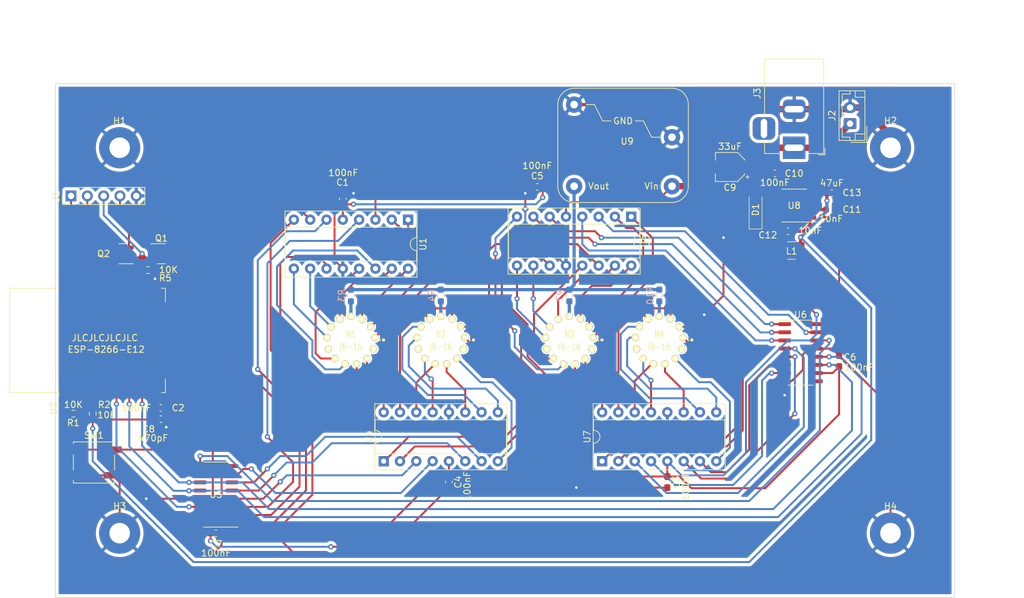
<source format=kicad_pcb>
(kicad_pcb (version 20211014) (generator pcbnew)
  (layers (0 "F.Cu" signal) (31 "B.Cu" signal) (34 "B.Paste" user) (35 "F.Paste" user) (36 "B.SilkS" user "B.Silkscreen") (37 "F.SilkS" user "F.Silkscreen") (38 "B.Mask" user) (39 "F.Mask" user) (44 "Edge.Cuts" user))
  (net 0 "")
  (net 1 "+5V")
  (net 2 "GND")
  (net 3 "+3.3V")
  (net 4 "/RX")
  (net 5 "/TX")
  (net 6 "/DTR")
  (net 7 "/RTS")
  (net 8 "170V")
  (net 11 "Net-(N1-PadA)")
  (net 12 "Net-(N1-Pad9)")
  (net 13 "Net-(N1-Pad8)")
  (net 14 "Net-(N1-Pad7)")
  (net 15 "Net-(N1-Pad6)")
  (net 16 "Net-(N1-Pad5)")
  (net 17 "Net-(N1-Pad4)")
  (net 18 "Net-(N1-Pad3)")
  (net 19 "Net-(N1-Pad2)")
  (net 20 "Net-(N1-Pad1)")
  (net 21 "Net-(N1-Pad0)")
  (net 24 "Net-(N2-PadA)")
  (net 25 "Net-(N2-Pad9)")
  (net 26 "Net-(N2-Pad8)")
  (net 27 "Net-(N2-Pad7)")
  (net 28 "Net-(N2-Pad6)")
  (net 29 "Net-(N2-Pad5)")
  (net 30 "Net-(N2-Pad4)")
  (net 31 "Net-(N2-Pad3)")
  (net 32 "Net-(N2-Pad2)")
  (net 33 "Net-(N2-Pad1)")
  (net 34 "Net-(N2-Pad0)")
  (net 37 "Net-(N3-PadA)")
  (net 38 "Net-(N3-Pad9)")
  (net 39 "Net-(N3-Pad8)")
  (net 40 "Net-(N3-Pad7)")
  (net 41 "Net-(N3-Pad6)")
  (net 42 "Net-(N3-Pad5)")
  (net 43 "Net-(N3-Pad4)")
  (net 44 "Net-(N3-Pad3)")
  (net 45 "Net-(N3-Pad2)")
  (net 46 "Net-(N3-Pad1)")
  (net 47 "Net-(N3-Pad0)")
  (net 50 "Net-(N4-PadA)")
  (net 51 "Net-(N4-Pad9)")
  (net 52 "Net-(N4-Pad8)")
  (net 53 "Net-(N4-Pad7)")
  (net 54 "Net-(N4-Pad6)")
  (net 55 "Net-(N4-Pad5)")
  (net 56 "Net-(N4-Pad4)")
  (net 57 "Net-(N4-Pad3)")
  (net 58 "Net-(N4-Pad2)")
  (net 59 "Net-(N4-Pad1)")
  (net 60 "Net-(N4-Pad0)")
  (net 61 "RST")
  (net 62 "GPIO0")
  (net 63 "Net-(R2-Pad2)")
  (net 64 "Net-(R5-Pad2)")
  (net 67 "SER")
  (net 68 "RCLK")
  (net 69 "SR_CLK")
  (net 79 "Net-(U3-Pad4)")
  (net 80 "Net-(U3-Pad5)")
  (net 81 "Net-(U3-Pad6)")
  (net 82 "Net-(U3-Pad7)")
  (net 83 "Net-(U3-Pad9)")
  (net 84 "Net-(U1-Pad3)")
  (net 85 "Net-(U1-Pad4)")
  (net 86 "Net-(U1-Pad6)")
  (net 87 "Net-(U1-Pad7)")
  (net 88 "Net-(U6-Pad4)")
  (net 89 "Net-(U6-Pad5)")
  (net 90 "Net-(U6-Pad6)")
  (net 91 "Net-(U6-Pad7)")
  (net 93 "Net-(U5-Pad3)")
  (net 94 "Net-(U5-Pad4)")
  (net 95 "Net-(U5-Pad6)")
  (net 96 "Net-(U5-Pad7)")
  (net 97 "Net-(C12-Pad1)")
  (net 99 "/SS")
  (net 100 "/V_{SW}")
  (footprint "Resistor_SMD:R_0603_1608Metric_Pad0.98x0.95mm_HandSolder" (layer "F.Cu") (at 85.8 111.4 90)
    (fp_text reference "R2")
    (fp_text value "10K")
  )
  (footprint "Resistor_SMD:R_0603_1608Metric_Pad0.98x0.95mm_HandSolder" (layer "F.Cu") (at 82.8 111.4 180)
    (fp_text reference "R1")
    (fp_text value "10K")
  )
  (footprint "Capacitor_SMD:C_0603_1608Metric_Pad1.08x0.95mm_HandSolder" (layer "F.Cu") (at 96.4 112.25)
    (fp_text reference "C8")
    (fp_text value "470pF")
  )
  (footprint "Package_TO_SOT_SMD:SOT-23" (layer "F.Cu") (at 96.5 86.5)
    (fp_text reference "Q1")
    (fp_text value "BC847")
  )
  (footprint "Capacitor_SMD:C_0603_1608Metric_Pad1.08x0.95mm_HandSolder" (layer "F.Cu") (at 155 76.1 180)
    (fp_text reference "C5")
    (fp_text value "100nF")
  )
  (footprint "Package_SO:SOIC-16_3.9x9.9mm_P1.27mm" (layer "F.Cu") (at 196 101.905)
    (fp_text reference "U6")
    (fp_text value "74HC595")
  )
  (footprint "Package_DIP:DIP-16_W7.62mm_Socket" (layer "F.Cu") (at 131.1 118.8 90)
    (fp_text reference "U4")
    (fp_text value "K155ID1")
  )
  (footprint "Capacitor_SMD:C_0603_1608Metric_Pad1.08x0.95mm_HandSolder" (layer "F.Cu") (at 175.25 122.05 -90)
    (fp_text reference "C3")
    (fp_text value "100nF")
  )
  (footprint "Connector_BarrelJack:BarrelJack_Horizontal" (layer "F.Cu") (at 195 70 -90)
    (fp_text reference "J3")
    (fp_text value "Barrel_Jack")
  )
  (footprint "MountingHole:MountingHole_3.2mm_M3_Pad" (layer "F.Cu") (at 90 130)
    (fp_text reference "H3")
    (fp_text value "MountingHole_Pad")
  )
  (footprint "Connector_PinHeader_2.54mm:PinHeader_1x05_P2.54mm_Vertical" (layer "F.Cu") (at 82.425 77.5 90)
    (fp_text reference "J1")
    (fp_text value "Conn_01x05_Male")
  )
  (footprint "Capacitor_SMD:C_0603_1608Metric_Pad1.08x0.95mm_HandSolder" (layer "F.Cu") (at 141.25 122.04 -90)
    (fp_text reference "C4")
    (fp_text value "100nF")
  )
  (footprint "Capacitor_SMD:C_0603_1608Metric" (layer "F.Cu") (at 200.86 77.09)
    (fp_text reference "C13")
    (fp_text value "47uF")
  )
  (footprint "Package_TO_SOT_SMD:SOT-23" (layer "F.Cu") (at 90.5 86.5 180)
    (fp_text reference "Q2")
    (fp_text value "BC847")
  )
  (footprint "Connector_JST:JST_EH_B2B-EH-A_1x02_P2.50mm_Vertical" (layer "F.Cu") (at 203.7 66.25 90)
    (fp_text reference "J2")
    (fp_text value "Conn_01x02")
  )
  (footprint "Capacitor_SMD:CP_Elec_4x4.5" (layer "F.Cu") (at 185 73 180)
    (fp_text reference "C9")
    (fp_text value "33uF")
  )
  (footprint "Capacitor_SMD:C_0603_1608Metric_Pad1.08x0.95mm_HandSolder" (layer "F.Cu") (at 105 130)
    (fp_text reference "C7")
    (fp_text value "100nF")
  )
  (footprint "in-16:russian-nixies-IN-16" (layer "F.Cu") (at 160 100 180)
    (fp_text reference "N3")
    (fp_text value "IN-16")
  )
  (footprint "Package_DIP:DIP-16_W7.62mm_Socket" (layer "F.Cu") (at 169.64 80.73 -90)
    (fp_text reference "U5")
    (fp_text value "K155ID1")
  )
  (footprint "Package_SO:SOIC-8_3.9x4.9mm_P1.27mm" (layer "F.Cu") (at 195 79 180)
    (fp_text reference "U8")
    (fp_text value "LM2671M-3.3")
  )
  (footprint "RF_Module:ESP-12E" (layer "F.Cu") (at 85 100 90)
    (fp_text reference "U2")
    (fp_text value "ESP-12E")
  )
  (footprint "MountingHole:MountingHole_3.2mm_M3_Pad" (layer "F.Cu") (at 90 70)
    (fp_text reference "H1")
    (fp_text value "MountingHole_Pad")
  )
  (footprint "in-16:russian-nixies-IN-16" (layer "F.Cu") (at 174 100 180)
    (fp_text reference "N4")
    (fp_text value "IN-16")
  )
  (footprint "Inductor_SMD:L_1210_3225Metric" (layer "F.Cu") (at 194.6 86)
    (fp_text reference "L1")
    (fp_text value "82uH")
  )
  (footprint "diode:D_SMA" (layer "F.Cu") (at 189 79.65 90)
    (fp_text reference "D1")
    (fp_text value "SS14FL 1A 40V")
  )
  (footprint "Capacitor_SMD:C_0603_1608Metric" (layer "F.Cu") (at 192 74)
    (fp_text reference "C10")
    (fp_text value "100nF")
  )
  (footprint "Capacitor_SMD:C_0603_1608Metric_Pad1.08x0.95mm_HandSolder" (layer "F.Cu") (at 202 103.2 90)
    (fp_text reference "C6")
    (fp_text value "100nF")
  )
  (footprint "Resistor_SMD:R_0603_1608Metric_Pad0.98x0.95mm_HandSolder" (layer "F.Cu") (at 94.41 89.05 180)
    (fp_text reference "R5")
    (fp_text value "10K")
  )
  (footprint "Capacitor_SMD:C_0603_1608Metric_Pad1.08x0.95mm_HandSolder" (layer "F.Cu") (at 124.73 77.95 90)
    (fp_text reference "C1")
    (fp_text value "100nF")
  )
  (footprint "Capacitor_SMD:C_0603_1608Metric" (layer "F.Cu") (at 200.745 79.63)
    (fp_text reference "C11")
    (fp_text value "10nF")
  )
  (footprint "Package_SO:SOIC-16_3.9x9.9mm_P1.27mm" (layer "F.Cu") (at 105 124 180)
    (fp_text reference "U3")
    (fp_text value "74HC595")
  )
  (footprint "in-16:russian-nixies-IN-16" (layer "F.Cu") (at 126 100 180)
    (fp_text reference "N1")
    (fp_text value "IN-16")
  )
  (footprint "Button_Switch_SMD:SW_Push_1P1T_NO_CK_KSC7xxJ" (layer "F.Cu") (at 86 119 180)
    (fp_text reference "SW1")
    (fp_text value "SW_Push")
  )
  (footprint "Package_DIP:DIP-16_W7.62mm_Socket" (layer "F.Cu") (at 165.1 118.8 90)
    (fp_text reference "U7")
    (fp_text value "K155ID1")
  )
  (footprint "in-16:russian-nixies-IN-16" (layer "F.Cu") (at 140 100 180)
    (fp_text reference "N2")
    (fp_text value "IN-16")
  )
  (footprint "Capacitor_SMD:C_0603_1608Metric" (layer "F.Cu") (at 194 83 180)
    (fp_text reference "C12")
    (fp_text value "10nF")
  )
  (footprint "Package_DIP:DIP-16_W7.62mm_Socket" (layer "F.Cu") (at 134.9 81.2 -90)
    (fp_text reference "U1")
    (fp_text value "K155ID1")
  )
  (footprint "Capacitor_SMD:C_0603_1608Metric_Pad1.08x0.95mm_HandSolder" (layer "F.Cu") (at 96.3875 110.5)
    (fp_text reference "C2")
    (fp_text value "100nF")
  )
  (footprint "psu:NCH8200HV" (layer "F.Cu") (at 169 69 180)
    (fp_text reference "U9")
    (fp_text value "NCH8200HV")
  )
  (footprint "MountingHole:MountingHole_3.2mm_M3_Pad" (layer "F.Cu") (at 210 130)
    (fp_text reference "H4")
    (fp_text value "MountingHole_Pad")
  )
  (footprint "MountingHole:MountingHole_3.2mm_M3_Pad" (layer "F.Cu") (at 210 70)
    (fp_text reference "H2")
    (fp_text value "MountingHole_Pad")
  )
  (footprint "Resistor_SMD:R_0603_1608Metric_Pad0.98x0.95mm_HandSolder" (layer "B.Cu") (at 140 93 -90)
    (fp_text reference "R4")
    (fp_text value "10k")
  )
  (footprint "Resistor_SMD:R_0603_1608Metric_Pad0.98x0.95mm_HandSolder" (layer "B.Cu") (at 126 93 -90)
    (fp_text reference "R3")
    (fp_text value "10k")
  )
  (footprint "Resistor_SMD:R_0603_1608Metric_Pad0.98x0.95mm_HandSolder" (layer "B.Cu") (at 174 93 -90)
    (fp_text reference "R10")
    (fp_text value "10k")
  )
  (footprint "Resistor_SMD:R_0603_1608Metric_Pad0.98x0.95mm_HandSolder" (layer "B.Cu") (at 160 93 -90)
    (fp_text reference "R7")
    (fp_text value "10k")
  )
  (gr_rect (start 80 60) (end 220 140) (layer "Edge.Cuts") (width 0.1) (fill none))
  (gr_text "10K" (at 82.8 110) (layer "F.SilkS") (effects (font (size 1 1))))
  (gr_text "10K" (at 88 111.6) (layer "F.SilkS") (effects (font (size 1 1))))
  (gr_text "JLCJLCJLCJLC" (at 87.7 99.6) (layer "F.SilkS") (effects (font (size 1 1))))
  (gr_text "ESP-8266-E12" (at 87.9 101.4) (layer "F.SilkS") (effects (font (size 1 1))))
  (segment (start 195 70) (end 189.8 70) (width 1) (layer "F.Cu") (net 1))
  (segment (start 141.25 121.1775) (end 175.24 121.1775) (width 0.3) (layer "F.Cu") (net 1))
  (segment (start 104.14 130.0025) (end 104.1375 130) (width 0.3) (layer "F.Cu") (net 1))
  (segment (start 102.525 128.445) (end 102.5825 128.445) (width 0.3) (layer "F.Cu") (net 1))
  (segment (start 187 88.5) (end 187 78.55) (width 0.3) (layer "F.Cu") (net 1))
  (segment (start 124.73 78.8125) (end 126.3875 78.8125) (width 0.3) (layer "F.Cu") (net 1))
  (segment (start 141.25 118.81) (end 141.26 118.8) (width 0.3) (layer "F.Cu") (net 1))
  (segment (start 104.14 131.21) (end 104.14 130.0025) (width 0.3) (layer "F.Cu") (net 1))
  (segment (start 173.49 78.48) (end 175.985 75.985) (width 0.3) (layer "F.Cu") (net 1))
  (segment (start 177.1875 121.1875) (end 175.25 121.1875) (width 0.3) (layer "F.Cu") (net 1))
  (segment (start 175.24 121.1775) (end 175.25 121.1875) (width 0.3) (layer "F.Cu") (net 1))
  (segment (start 202 104.0625) (end 200.9825 105.08) (width 0.3) (layer "F.Cu") (net 1))
  (segment (start 128.46 132.12) (end 139.4025 121.1775) (width 0.3) (layer "F.Cu") (net 1))
  (segment (start 157.1 76.1) (end 155.8625 76.1) (width 0.3) (layer "F.Cu") (net 1))
  (segment (start 191.225 74) (end 191.225 71.025) (width 1) (layer "F.Cu") (net 1))
  (segment (start 202 104.0625) (end 202 111.5) (width 0.3) (layer "F.Cu") (net 1))
  (segment (start 126.3875 78.8125) (end 126.4 78.8) (width 0.3) (layer "F.Cu") (net 1))
  (segment (start 192.525 79.635) (end 188.085 79.635) (width 1) (layer "F.Cu") (net 1))
  (segment (start 192.25 70) (end 195 70) (width 1) (layer "F.Cu") (net 1))
  (segment (start 155.8 76.1625) (end 155.8625 76.1) (width 0.3) (layer "F.Cu") (net 1))
  (segment (start 179 123) (end 177.1875 121.1875) (width 0.3) (layer "F.Cu") (net 1))
  (segment (start 200.9825 105.08) (end 198.475 105.08) (width 0.3) (layer "F.Cu") (net 1))
  (segment (start 198.475 95.975) (end 196.5 94) (width 0.3) (layer "F.Cu") (net 1))
  (segment (start 186.8 73) (end 183.815 75.985) (width 1) (layer "F.Cu") (net 1))
  (segment (start 141.25 121.1775) (end 141.25 118.81) (width 0.3) (layer "F.Cu") (net 1))
  (segment (start 122.89 132.12) (end 128.46 132.12) (width 0.3) (layer "F.Cu") (net 1))
  (segment (start 159.48 80.73) (end 159.48 78.48) (width 0.3) (layer "F.Cu") (net 1))
  (segment (start 189.8 70) (end 186.8 73) (width 1) (layer "F.Cu") (net 1))
  (segment (start 195 70) (end 199.95 70) (width 1) (layer "F.Cu") (net 1))
  (segment (start 175.25 121.1875) (end 175.25 118.81) (width 0.3) (layer "F.Cu") (net 1))
  (segment (start 155.85 77.8) (end 155.85 76.1625) (width 0.3) (layer "F.Cu") (net 1))
  (segment (start 124.74 81.2) (end 124.74 78.8225) (width 0.3) (layer "F.Cu") (net 1))
  (segment (start 183.815 75.985) (end 175.985 75.985) (width 1) (layer "F.Cu") (net 1))
  (segment (start 159.48 78.48) (end 173.49 78.48) (width 0.3) (layer "F.Cu") (net 1))
  (segment (start 198.475 97.46) (end 198.475 95.975) (width 0.3) (layer "F.Cu") (net 1))
  (segment (start 102.5825 128.445) (end 104.1375 130) (width 0.3) (layer "F.Cu") (net 1))
  (segment (start 191.225 71.025) (end 192.25 70) (width 1) (layer "F.Cu") (net 1))
  (segment (start 159.48 78.48) (end 157.1 76.1) (width 0.3) (layer "F.Cu") (net 1))
  (segment (start 190.5 123) (end 179 123) (width 0.3) (layer "F.Cu") (net 1))
  (segment (start 199.95 70) (end 203.7 66.25) (width 1) (layer "F.Cu") (net 1))
  (segment (start 139.4025 121.1775) (end 141.25 121.1775) (width 0.3) (layer "F.Cu") (net 1))
  (segment (start 187 73.2) (end 186.8 73) (width 1) (layer "F.Cu") (net 1))
  (segment (start 202 111.5) (end 190.5 123) (width 0.3) (layer "F.Cu") (net 1))
  (segment (start 188.085 79.635) (end 187 78.55) (width 1) (layer "F.Cu") (net 1))
  (segment (start 175.25 118.81) (end 175.26 118.8) (width 0.3) (layer "F.Cu") (net 1))
  (segment (start 192.5 94) (end 187 88.5) (width 0.3) (layer "F.Cu") (net 1))
  (segment (start 196.5 94) (end 192.5 94) (width 0.3) (layer "F.Cu") (net 1))
  (segment (start 187 78.55) (end 187 73.2) (width 1) (layer "F.Cu") (net 1))
  (segment (start 124.74 78.8225) (end 124.73 78.8125) (width 0.3) (layer "F.Cu") (net 1))
  (via (at 126.4 78.8) (size 0.8) (drill 0.4) (layers "F.Cu" "B.Cu") (net 1))
  (via (at 122.89 132.12) (size 0.8) (drill 0.4) (layers "F.Cu" "B.Cu") (net 1))
  (via (at 104.14 131.21) (size 0.8) (drill 0.4) (layers "F.Cu" "B.Cu") (net 1))
  (via (at 155.85 77.75) (size 0.8) (drill 0.4) (layers "F.Cu" "B.Cu") (net 1))
  (via (at 198.475 95.975) (size 0.8) (drill 0.4) (layers "F.Cu" "B.Cu") (net 1))
  (segment (start 104.14 131.21) (end 105.05 132.12) (width 0.3) (layer "B.Cu") (net 1))
  (segment (start 187.5 117.5) (end 184 121) (width 0.3) (layer "B.Cu") (net 1))
  (segment (start 154.8 78.8) (end 155.85 77.75) (width 0.3) (layer "B.Cu") (net 1))
  (segment (start 198.475 99.025) (end 197.5 100) (width 0.3) (layer "B.Cu") (net 1))
  (segment (start 108.58 132.12) (end 122.89 132.12) (width 0.3) (layer "B.Cu") (net 1))
  (segment (start 184 121) (end 177.46 121) (width 0.3) (layer "B.Cu") (net 1))
  (segment (start 194 100) (end 187.5 106.5) (width 0.3) (layer "B.Cu") (net 1))
  (segment (start 197.5 100) (end 194 100) (width 0.3) (layer "B.Cu") (net 1))
  (segment (start 126.4 78.8) (end 154.8 78.8) (width 0.3) (layer "B.Cu") (net 1))
  (segment (start 198.475 95.975) (end 198.475 99.025) (width 0.3) (layer "B.Cu") (net 1))
  (segment (start 105.05 132.12) (end 108.58 132.12) (width 0.3) (layer "B.Cu") (net 1))
  (segment (start 187.5 106.5) (end 187.5 117.5) (width 0.3) (layer "B.Cu") (net 1))
  (segment (start 177.46 121) (end 175.26 118.8) (width 0.3) (layer "B.Cu") (net 1))
  (segment (start 175.985 68.365) (end 180.62 73) (width 0.5) (layer "F.Cu") (net 2))
  (segment (start 198.475 101.27) (end 200.9325 101.27) (width 0.3) (layer "F.Cu") (net 2))
  (segment (start 94.135 124.635) (end 91.5 122) (width 0.3) (layer "F.Cu") (net 2))
  (segment (start 184 93) (end 181 96) (width 0.3) (layer "F.Cu") (net 2))
  (segment (start 195 64) (end 188 64) (width 1) (layer "F.Cu") (net 2))
  (segment (start 130.6525 133.5) (end 141.25 122.9025) (width 0.3) (layer "F.Cu") (net 2))
  (segment (start 97.5 110.5) (end 97.25 110.5) (width 0.3) (layer "F.Cu") (net 2))
  (segment (start 202 82.5) (end 201.52 82.02) (width 0.3) (layer "F.Cu") (net 2))
  (segment (start 189.715 78.365) (end 192.525 78.365) (width 0.5) (layer "F.Cu") (net 2))
  (segment (start 201.635 77.09) (end 201.635 76.635) (width 0.5) (layer "F.Cu") (net 2))
  (segment (start 105.8625 131.8375) (end 105.8625 130) (width 0.3) (layer "F.Cu") (net 2))
  (segment (start 120 124) (end 120 115) (width 0.3) (layer "F.Cu") (net 2))
  (segment (start 160.745 63.285) (end 154.1375 69.8925) (width 0.5) (layer "F.Cu") (net 2))
  (segment (start 121.5 113.5) (end 140.5 113.5) (width 0.3) (layer "F.Cu") (net 2))
  (segment (start 95.3225 90.2225) (end 95.5 90.4) (width 0.3) (layer "F.Cu") (net 2))
  (segment (start 107.475 119.555) (end 106.645 119.555) (width 0.3) (layer "F.Cu") (net 2))
  (segment (start 140.5 113.5) (end 141.26 112.74) (width 0.3) (layer "F.Cu") (net 2))
  (segment (start 201.52 77.205) (end 201.635 77.09) (width 0.5) (layer "F.Cu") (net 2))
  (segment (start 193.525 106.35) (end 193.525 108.525) (width 0.3) (layer "F.Cu") (net 2))
  (segment (start 90 122.1) (end 90 130) (width 0.3) (layer "F.Cu") (net 2))
  (segment (start 210 110.3375) (end 202 102.3375) (width 0.3) (layer "F.Cu") (net 2))
  (segment (start 100 108) (end 97.5 110.5) (width 0.3) (layer "F.Cu") (net 2))
  (segment (start 195 64) (end 203.45 64) (width 1) (layer "F.Cu") (net 2))
  (segment (start 210 130) (end 210 110.3375) (width 0.3) (layer "F.Cu") (net 2))
  (segment (start 194.59 106.35) (end 193.525 106.35) (width 0.3) (layer "F.Cu") (net 2))
  (segment (start 196.36 104.58) (end 194.59 106.35) (width 0.3) (layer "F.Cu") (net 2))
  (segment (start 200.725 75.725) (end 194.5 75.725) (width 0.5) (layer "F.Cu") (net 2))
  (segment (start 114 130) (end 120 124) (width 0.3) (layer "F.Cu") (net 2))
  (segment (start 201.52 79.63) (end 201.52 77.205) (width 0.5) (layer "F.Cu") (net 2))
  (segment (start 91.5 122) (end 90.5 121) (width 0.3) (layer "F.Cu") (net 2))
  (segment (start 201.635 76.635) (end 200.725 75.725) (width 0.5) (layer "F.Cu") (net 2))
  (segment (start 175.24 122.9025) (end 175.25 122.9125) (width 0.3) (layer "F.Cu") (net 2))
  (segment (start 97.2625 110.5125) (end 97.25 110.5) (width 0.3) (layer "F.Cu") (net 2))
  (segment (start 83.1 121) (end 88.9 121) (width 0.3) (layer "F.Cu") (net 2))
  (segment (start 210 68.05) (end 210 70) (width 1) (layer "F.Cu") (net 2))
  (segment (start 88.9 121) (end 90 122.1) (width 0.3) (layer "F.Cu") (net 2))
  (segment (start 153.15 79.55) (end 153.15 77.0875) (width 0.3) (layer "F.Cu") (net 2))
  (segment (start 90.5 121) (end 88.9 121) (width 0.3) (layer "F.Cu") (net 2))
  (segment (start 124.7325 77.09) (end 124.73 77.0875) (width 0.3) (layer "F.Cu") (net 2))
  (segment (start 189 77.65) (end 189.715 78.365) (width 0.5) (layer "F.Cu") (net 2))
  (segment (start 184 84) (end 184 93) (width 0.3) (layer "F.Cu") (net 2))
  (segment (start 194.135 78.365) (end 194.5 78) (width 0.5) (layer "F.Cu") (net 2))
  (segment (start 180.62 73) (end 183.2 73) (width 0.5) (layer "F.Cu") (net 2))
  (segment (start 161.0975 122.9025) (end 175.24 122.9025) (width 0.3) (layer "F.Cu") (net 2))
  (segment (start 97.2625 113.4875) (end 97.25 113.5) (width 0.3) (layer "F.Cu") (net 2))
  (segment (start 126.4 77.09) (end 124.7325 77.09) (width 0.3) (layer "F.Cu") (net 2))
  (segment (start 105.8625 120.3375) (end 105.8625 130) (width 0.3) (layer "F.Cu") (net 2))
  (segment (start 154.1375 69.8925) (end 154.1375 76.1) (width 0.5) (layer "F.Cu") (net 2))
  (segment (start 98.4 90.4) (end 100 92) (width 0.3) (layer "F.Cu") (net 2))
  (segment (start 197.29 101.27) (end 196.36 102.2) (width 0.3) (layer "F.Cu") (net 2))
  (segment (start 102.525 124.635) (end 94.135 124.635) (width 0.3) (layer "F.Cu") (net 2))
  (segment (start 153.15 77.0875) (end 154.1375 76.1) (width 0.3) (layer "F.Cu") (net 2))
  (segment (start 114 130) (end 117.5 133.5) (width 0.3) (layer "F.Cu") (net 2))
  (segment (start 120 115) (end 121.5 113.5) (width 0.3) (layer "F.Cu") (net 2))
  (segment (start 104.9 132.8) (end 105.8625 131.8375) (width 0.3) (layer "F.Cu") (net 2))
  (segment (start 205.7 63.75) (end 210 68.05) (width 1) (layer "F.Cu") (net 2))
  (segment (start 201.52 82.02) (end 201.52 79.63) (width 0.3) (layer "F.Cu") (net 2))
  (segment (start 192.525 78.365) (end 194.135 78.365) (width 0.5) (layer "F.Cu") (net 2))
  (segment (start 183.2 68.8) (end 183.2 73) (width 1) (layer "F.Cu") (net 2))
  (segment (start 124.73 77.0875) (end 123.45 78.3675) (width 0.3) (layer "F.Cu") (net 2))
  (segment (start 106.645 119.555) (end 105.8625 120.3375) (width 0.3) (layer "F.Cu") (net 2))
  (segment (start 202 102.3375) (end 202 82.5) (width 0.3) (layer "F.Cu") (net 2))
  (segment (start 102.3 132.8) (end 104.9 132.8) (width 0.3) (layer "F.Cu") (net 2))
  (segment (start 105.8625 130) (end 114 130) (width 0.3) (layer "F.Cu") (net 2))
  (segment (start 203.7 63.75) (end 205.7 63.75) (width 1) (layer "F.Cu") (net 2))
  (segment (start 123.45 87.53) (end 124.74 88.82) (width 0.3) (layer "F.Cu") (net 2))
  (segment (start 141.25 122.9025) (end 161.0975 122.9025) (width 0.3) (layer "F.Cu") (net 2))
  (segment (start 117.5 133.5) (end 130.6525 133.5) (width 0.3) (layer "F.Cu") (net 2))
  (segment (start 200.9325 101.27) (end 202 102.3375) (width 0.3) (layer "F.Cu") (net 2))
  (segment (start 123.45 78.3675) (end 123.45 87.53) (width 0.3) (layer "F.Cu") (net 2))
  (segment (start 194.5 75.725) (end 192.775 74) (width 0.5) (layer "F.Cu") (net 2))
  (segment (start 198.475 101.27) (end 197.29 101.27) (width 0.3) (layer "F.Cu") (net 2))
  (segment (start 196.36 102.2) (end 196.36 104.58) (width 0.3) (layer "F.Cu") (net 2))
  (segment (start 95.5 92.4) (end 95.5 90.4) (width 0.3) (layer "F.Cu") (net 2))
  (segment (start 95.5 90.4) (end 98.4 90.4) (width 0.3) (layer "F.Cu") (net 2))
  (segment (start 141.26 112.74) (end 141.26 111.18) (width 0.3) (layer "F.Cu") (net 2))
  (segment (start 91.5 122) (end 102.3 132.8) (width 0.3) (layer "F.Cu") (net 2))
  (segment (start 188 64) (end 183.2 68.8) (width 1) (layer "F.Cu") (net 2))
  (segment (start 170.905 63.285) (end 175.985 68.365) (width 0.5) (layer "F.Cu") (net 2))
  (segment (start 97.2625 112.25) (end 97.2625 110.5125) (width 0.3) (layer "F.Cu") (net 2))
  (segment (start 97.2625 112.25) (end 97.2625 113.4875) (width 0.3) (layer "F.Cu") (net 2))
  (segment (start 95.3225 89.05) (end 95.3225 90.2225) (width 0.3) (layer "F.Cu") (net 2))
  (segment (start 203.45 64) (end 203.7 63.75) (width 1) (layer "F.Cu") (net 2))
  (segment (start 160.745 63.285) (end 170.905 63.285) (width 0.5) (layer "F.Cu") (net 2))
  (segment (start 194.5 78) (end 194.5 75.725) (width 0.5) (layer "F.Cu") (net 2))
  (segment (start 100 92) (end 100 108) (width 0.3) (layer "F.Cu") (net 2))
  (via (at 184 84) (size 0.8) (drill 0.4) (layers "F.Cu" "B.Cu") (net 2))
  (via (at 161.0975 122.9025) (size 0.8) (drill 0.4) (layers "F.Cu" "B.Cu") (net 2))
  (via (at 126.4 77.09) (size 0.8) (drill 0.4) (layers "F.Cu" "B.Cu") (net 2))
  (via (at 95.5 90.4) (size 0.8) (drill 0.4) (layers "F.Cu" "B.Cu") (net 2))
  (via (at 94.135 124.635) (size 0.8) (drill 0.4) (layers "F.Cu" "B.Cu") (net 2))
  (via (at 97.25 113.5) (size 0.8) (drill 0.4) (layers "F.Cu" "B.Cu") (net 2))
  (via (at 153.15 77.0875) (size 0.8) (drill 0.4) (layers "F.Cu" "B.Cu") (net 2))
  (via (at 181 96) (size 0.8) (drill 0.4) (layers "F.Cu" "B.Cu") (net 2))
  (via (at 153.15 79.55) (size 0.8) (drill 0.4) (layers "F.Cu" "B.Cu") (net 2))
  (via (at 193.525 108.525) (size 0.8) (drill 0.4) (layers "F.Cu" "B.Cu") (net 2))
  (segment (start 92.585 81.185) (end 92.585 77.5) (width 0.3) (layer "B.Cu") (net 2))
  (segment (start 95.5 90.4) (end 95.5 106) (width 0.3) (layer "B.Cu") (net 2))
  (segment (start 88 118.5) (end 94.135 124.635) (width 0.3) (layer "B.Cu") (net 2))
  (segment (start 95.5 106) (end 90.75 106) (width 0.3) (layer "B.Cu") (net 2))
  (segment (start 126.4025 77.0875) (end 126.4 77.09) (width 0.3) (layer "B.Cu") (net 2))
  (segment (start 92.585 72.585) (end 90 70) (width 0.3) (layer "B.Cu") (net 2))
  (segment (start 108.81 77.09) (end 95.5 90.4) (width 0.3) (layer "B.Cu") (net 2))
  (segment (start 95.5 106) (end 95.5 111.75) (width 0.3) (layer "B.Cu") (net 2))
  (segment (start 95.5 90.4) (end 95.5 84.1) (width 0.3) (layer "B.Cu") (net 2))
  (segment (start 153.15 82.02) (end 159.48 88.35) (width 0.3) (layer "B.Cu") (net 2))
  (segment (start 174 114) (end 166 114) (width 0.3) (layer "B.Cu") (net 2))
  (segment (start 92.585 77.5) (end 92.585 72.585) (width 0.3) (layer "B.Cu") (net 2))
  (segment (start 95.5 111.75) (end 97.25 113.5) (width 0.3) (layer "B.Cu") (net 2))
  (segment (start 153.15 77.0875) (end 126.4025 77.0875) (width 0.3) (layer "B.Cu") (net 2))
  (segment (start 175.26 112.74) (end 174 114) (width 0.3) (layer "B.Cu") (net 2))
  (segment (start 90.75 106) (end 88 108.75) (width 0.3) (layer "B.Cu") (net 2))
  (segment (start 161.0975 118.9025) (end 161.0975 122.9025) (width 0.3) (layer "B.Cu") (net 2))
  (segment (start 126.4 77.09) (end 108.81 77.09) (width 0.3) (layer "B.Cu") (net 2))
  (segment (start 175.26 111.18) (end 175.26 112.74) (width 0.3) (layer "B.Cu") (net 2))
  (segment (start 88 108.75) (end 88 118.5) (width 0.3) (layer "B.Cu") (net 2))
  (segment (start 166 114) (end 161.0975 118.9025) (width 0.3) (layer "B.Cu") (net 2))
  (segment (start 95.5 84.1) (end 92.585 81.185) (width 0.3) (layer "B.Cu") (net 2))
  (segment (start 153.15 79.55) (end 153.15 82.02) (width 0.3) (layer "B.Cu") (net 2))
  (segment (start 196 83.95) (end 196 86) (width 0.5) (layer "F.Cu") (net 3))
  (segment (start 95.475 112.3125) (end 95.5375 112.25) (width 0.3) (layer "F.Cu") (net 3))
  (segment (start 95.5 107.6) (end 95.5 110.475) (width 0.3) (layer "F.Cu") (net 3))
  (segment (start 95.525 110.5) (end 95.525 112.2375) (width 0.3) (layer "F.Cu") (net 3))
  (segment (start 200.1 78.25) (end 200.1 77.105) (width 0.5) (layer "F.Cu") (net 3))
  (segment (start 83.7125 111.4) (end 84.6125 112.3) (width 0.3) (layer "F.Cu") (net 3))
  (segment (start 85.7875 112.3) (end 85.8 112.3125) (width 0.3) (layer "F.Cu") (net 3))
  (segment (start 95.525 112.2375) (end 95.5375 112.25) (width 0.3) (layer "F.Cu") (net 3))
  (segment (start 197.48 77.09) (end 197.475 77.095) (width 0.5) (layer "F.Cu") (net 3))
  (segment (start 95.5 110.475) (end 95.525 110.5) (width 0.3) (layer "F.Cu") (net 3))
  (segment (start 200.1 77.105) (end 200.085 77.09) (width 0.5) (layer "F.Cu") (net 3))
  (segment (start 85.8 113.71) (end 85.8 112.3125) (width 0.3) (layer "F.Cu") (net 3))
  (segment (start 84.6125 112.3) (end 85.7875 112.3) (width 0.3) (layer "F.Cu") (net 3))
  (segment (start 200.085 77.09) (end 197.48 77.09) (width 0.5) (layer "F.Cu") (net 3))
  (segment (start 85.8 112.3125) (end 95.475 112.3125) (width 0.3) (layer "F.Cu") (net 3))
  (via (at 85.8 113.71) (size 0.8) (drill 0.4) (layers "F.Cu" "B.Cu") (net 3))
  (via (at 196 83.95) (size 0.8) (drill 0.4) (layers "F.Cu" "B.Cu") (net 3))
  (via (at 200.1 78.25) (size 0.8) (drill 0.4) (layers "F.Cu" "B.Cu") (net 3))
  (segment (start 207 115.5) (end 207 94.95) (width 0.3) (layer "B.Cu") (net 3))
  (segment (start 188 134.5) (end 207 115.5) (width 0.3) (layer "B.Cu") (net 3))
  (segment (start 101.5 134.5) (end 188 134.5) (width 0.3) (layer "B.Cu") (net 3))
  (segment (start 200.1 79.85) (end 196 83.95) (width 0.5) (layer "B.Cu") (net 3))
  (segment (start 200.1 78.25) (end 200.1 79.85) (width 0.5) (layer "B.Cu") (net 3))
  (segment (start 85.8 113.71) (end 85.8 118.8) (width 0.3) (layer "B.Cu") (net 3))
  (segment (start 207 94.95) (end 196 83.95) (width 0.3) (layer "B.Cu") (net 3))
  (segment (start 85.8 118.8) (end 101.5 134.5) (width 0.3) (layer "B.Cu") (net 3))
  (segment (start 84.965 84.035) (end 84.965 77.5) (width 0.3) (layer "F.Cu") (net 4))
  (segment (start 83.5 92.4) (end 83.5 85.5) (width 0.3) (layer "F.Cu") (net 4))
  (segment (start 83.5 85.5) (end 84.965 84.035) (width 0.3) (layer "F.Cu") (net 4))
  (segment (start 82.425 83.575) (end 82.425 77.5) (width 0.3) (layer "F.Cu") (net 5))
  (segment (start 81.5 92.4) (end 81.5 84.5) (width 0.3) (layer "F.Cu") (net 5))
  (segment (start 81.5 84.5) (end 82.425 83.575) (width 0.3) (layer "F.Cu") (net 5))
  (segment (start 95.5625 85.55) (end 95.55 85.55) (width 0.3) (layer "F.Cu") (net 6))
  (segment (start 91.4375 85.55) (end 91.4375 81.4375) (width 0.3) (layer "F.Cu") (net 6))
  (segment (start 91.4375 81.4375) (end 90.045 80.045) (width 0.3) (layer "F.Cu") (net 6))
  (segment (start 90.045 80.045) (end 90.045 77.5) (width 0.3) (layer "F.Cu") (net 6))
  (segment (start 95.55 85.55) (end 91.5 81.5) (width 0.3) (layer "F.Cu") (net 6))
  (segment (start 91.4375 87.45) (end 92.55 87.45) (width 0.3) (layer "F.Cu") (net 7))
  (segment (start 95.5625 87.45) (end 94.45 87.45) (width 0.3) (layer "F.Cu") (net 7))
  (segment (start 94.45 87.45) (end 91.4375 87.45) (width 0.3) (layer "F.Cu") (net 7))
  (segment (start 93.5 86.5) (end 94.45 87.45) (width 0.3) (layer "F.Cu") (net 7))
  (segment (start 92.55 87.45) (end 93.5 86.5) (width 0.3) (layer "F.Cu") (net 7))
  (via (at 93.5 86.5) (size 0.8) (drill 0.4) (layers "F.Cu" "B.Cu") (net 7))
  (segment (start 87.505 80.505) (end 87.505 77.5) (width 0.3) (layer "B.Cu") (net 7))
  (segment (start 93.5 86.5) (end 87.505 80.505) (width 0.3) (layer "B.Cu") (net 7))
  (segment (start 160.745 91.3425) (end 160 92.0875) (width 0.5) (layer "B.Cu") (net 8))
  (segment (start 160.745 75.985) (end 160.745 91.3425) (width 0.5) (layer "B.Cu") (net 8))
  (segment (start 126 92.0875) (end 140.9125 92.0875) (width 0.5) (layer "B.Cu") (net 8))
  (segment (start 160 92.0875) (end 140.9125 92.0875) (width 0.5) (layer "B.Cu") (net 8))
  (segment (start 174 92.0875) (end 160 92.0875) (width 0.5) (layer "B.Cu") (net 8))
  (segment (start 140.9125 92.0875) (end 140 92.0875) (width 0.5) (layer "B.Cu") (net 8))
  (segment (start 126 93.9125) (end 126 96.24588) (width 0.5) (layer "B.Cu") (net 11))
  (segment (start 137 89.95758) (end 137 85.84) (width 0.3) (layer "F.Cu") (net 12))
  (segment (start 137 85.84) (end 132.36 81.2) (width 0.3) (layer "F.Cu") (net 12))
  (segment (start 129.08864 97.86894) (end 137 89.95758) (width 0.3) (layer "F.Cu") (net 12))
  (segment (start 129.72618 99.54788) (end 138 91.27406) (width 0.3) (layer "F.Cu") (net 13))
  (segment (start 134.9 82.4) (end 134.9 81.2) (width 0.3) (layer "F.Cu") (net 13))
  (segment (start 138 91.27406) (end 138 85.5) (width 0.3) (layer "F.Cu") (net 13))
  (segment (start 138 85.5) (end 134.9 82.4) (width 0.3) (layer "F.Cu") (net 13))
  (segment (start 120.54242 95.5) (end 120.5 95.5) (width 0.3) (layer "B.Cu") (net 14))
  (segment (start 122.91136 97.86894) (end 120.54242 95.5) (width 0.3) (layer "B.Cu") (net 14))
  (segment (start 120.5 95.5) (end 119.66 94.66) (width 0.3) (layer "B.Cu") (net 14))
  (segment (start 119.66 94.66) (end 119.66 88.82) (width 0.3) (layer "B.Cu") (net 14))
  (segment (start 115 101) (end 115 88) (width 0.3) (layer "F.Cu") (net 15))
  (segment (start 126.89662 105.60338) (end 125.5 107) (width 0.3) (layer "F.Cu") (net 15))
  (segment (start 122.2 88.2) (end 122.2 88.82) (width 0.3) (layer "F.Cu") (net 15))
  (segment (start 121 87) (end 122.2 88.2) (width 0.3) (layer "F.Cu") (net 15))
  (segment (start 125.5 107) (end 121 107) (width 0.3) (layer "F.Cu") (net 15))
  (segment (start 126.89662 103.6449) (end 126.89662 105.60338) (width 0.3) (layer "F.Cu") (net 15))
  (segment (start 116 87) (end 121 87) (width 0.3) (layer "F.Cu") (net 15))
  (segment (start 115 88) (end 116 87) (width 0.3) (layer "F.Cu") (net 15))
  (segment (start 121 107) (end 115 101) (width 0.3) (layer "F.Cu") (net 15))
  (segment (start 120 102.5) (end 122 104.5) (width 0.3) (layer "B.Cu") (net 16))
  (segment (start 114.5 88.5) (end 114.5 94.5) (width 0.3) (layer "B.Cu") (net 16))
  (segment (start 127 86) (end 117 86) (width 0.3) (layer "B.Cu") (net 16))
  (segment (start 129.82 88.82) (end 127 86) (width 0.3) (layer "B.Cu") (net 16))
  (segment (start 124.24828 104.5) (end 125.10338 103.6449) (width 0.3) (layer "B.Cu") (net 16))
  (segment (start 120 100) (end 120 102.5) (width 0.3) (layer "B.Cu") (net 16))
  (segment (start 114.5 94.5) (end 120 100) (width 0.3) (layer "B.Cu") (net 16))
  (segment (start 122 104.5) (end 124.24828 104.5) (width 0.3) (layer "B.Cu") (net 16))
  (segment (start 117 86) (end 114.5 88.5) (width 0.3) (layer "B.Cu") (net 16))
  (segment (start 120.5 95.6) (end 127.28 88.82) (width 0.3) (layer "F.Cu") (net 17))
  (segment (start 123.5108 102.80924) (end 121.30924 102.80924) (width 0.3) (layer "F.Cu") (net 17))
  (segment (start 120.5 102) (end 120.5 95.6) (width 0.3) (layer "F.Cu") (net 17))
  (segment (start 121.30924 102.80924) (end 120.5 102) (width 0.3) (layer "F.Cu") (net 17))
  (segment (start 122.27382 99.54788) (end 117.12 94.39406) (width 0.3) (layer "B.Cu") (net 18))
  (segment (start 117.12 94.39406) (end 117.12 88.82) (width 0.3) (layer "B.Cu") (net 18))
  (segment (start 113.5 84.82) (end 117.12 81.2) (width 0.3) (layer "F.Cu") (net 19))
  (segment (start 128.4892 102.80924) (end 128.5 102.82004) (width 0.3) (layer "F.Cu") (net 19))
  (segment (start 126.5 108.5) (end 120.5 108.5) (width 0.3) (layer "F.Cu") (net 19))
  (segment (start 120.5 108.5) (end 113.5 101.5) (width 0.3) (layer "F.Cu") (net 19))
  (segment (start 113.5 101.5) (end 113.5 84.82) (width 0.3) (layer "F.Cu") (net 19))
  (segment (start 128.5 106.5) (end 126.5 108.5) (width 0.3) (layer "F.Cu") (net 19))
  (segment (start 128.5 102.82004) (end 128.5 106.5) (width 0.3) (layer "F.Cu") (net 19))
  (segment (start 132.36 88.82) (end 130.18 91) (width 0.3) (layer "F.Cu") (net 20))
  (segment (start 124.25756 93.24244) (end 124.25756 96.67768) (width 0.3) (layer "F.Cu") (net 20))
  (segment (start 126.5 91) (end 124.25756 93.24244) (width 0.3) (layer "F.Cu") (net 20))
  (segment (start 130.18 91) (end 126.5 91) (width 0.3) (layer "F.Cu") (net 20))
  (segment (start 127.74244 94.25756) (end 129 93) (width 0.3) (layer "F.Cu") (net 21))
  (segment (start 127.74244 96.67768) (end 127.74244 94.25756) (width 0.3) (layer "F.Cu") (net 21))
  (segment (start 130.72 93) (end 134.9 88.82) (width 0.3) (layer "F.Cu") (net 21))
  (segment (start 129 93) (end 130.72 93) (width 0.3) (layer "F.Cu") (net 21))
  (segment (start 140 93.9125) (end 140 96.24588) (width 0.5) (layer "B.Cu") (net 24))
  (segment (start 135.94 116.5) (end 133.64 118.8) (width 0.3) (layer "F.Cu") (net 25))
  (segment (start 143.08864 97.86894) (end 144.86894 97.86894) (width 0.3) (layer "F.Cu") (net 25))
  (segment (start 150 116.5) (end 135.94 116.5) (width 0.3) (layer "F.Cu") (net 25))
  (segment (start 153 106) (end 153 113.5) (width 0.3) (layer "F.Cu") (net 25))
  (segment (start 153 113.5) (end 150 116.5) (width 0.3) (layer "F.Cu") (net 25))
  (segment (start 144.86894 97.86894) (end 153 106) (width 0.3) (layer "F.Cu") (net 25))
  (segment (start 150 115) (end 135 115) (width 0.3) (layer "F.Cu") (net 26))
  (segment (start 143.72618 99.54788) (end 152 107.8217) (width 0.3) (layer "F.Cu") (net 26))
  (segment (start 152 107.8217) (end 152 113) (width 0.3) (layer "F.Cu") (net 26))
  (segment (start 135 115) (end 131.2 118.8) (width 0.3) (layer "F.Cu") (net 26))
  (segment (start 131.2 118.8) (end 131.1 118.8) (width 0.3) (layer "F.Cu") (net 26))
  (segment (start 152 113) (end 150 115) (width 0.3) (layer "F.Cu") (net 26))
  (segment (start 134 104.5) (end 134 99.5) (width 0.3) (layer "B.Cu") (net 27))
  (segment (start 135.63106 97.86894) (end 136.91136 97.86894) (width 0.3) (layer "B.Cu") (net 27))
  (segment (start 138 108.5) (end 134 104.5) (width 0.3) (layer "B.Cu") (net 27))
  (segment (start 146.34 111.18) (end 143.66 108.5) (width 0.3) (layer "B.Cu") (net 27))
  (segment (start 134 99.5) (end 135.63106 97.86894) (width 0.3) (layer "B.Cu") (net 27))
  (segment (start 143.66 108.5) (end 138 108.5) (width 0.3) (layer "B.Cu") (net 27))
  (segment (start 143.8 107.8) (end 143.8 111.18) (width 0.3) (layer "F.Cu") (net 28))
  (segment (start 140.89662 103.6449) (end 140.89662 104.89662) (width 0.3) (layer "F.Cu") (net 28))
  (segment (start 140.89662 104.89662) (end 143.8 107.8) (width 0.3) (layer "F.Cu") (net 28))
  (segment (start 138.8551 103.6449) (end 139.10338 103.6449) (width 0.3) (layer "F.Cu") (net 29))
  (segment (start 136.18 106.56828) (end 136.18 111.18) (width 0.3) (layer "F.Cu") (net 29))
  (segment (start 139.10338 103.6449) (end 136.18 106.56828) (width 0.3) (layer "F.Cu") (net 29))
  (segment (start 138.5 106) (end 138.72 106.22) (width 0.3) (layer "F.Cu") (net 30))
  (segment (start 138.72 106.22) (end 138.72 111.18) (width 0.3) (layer "F.Cu") (net 30))
  (via (at 138.5 106) (size 0.8) (drill 0.4) (layers "F.Cu" "B.Cu") (net 30))
  (segment (start 137.5108 102.80924) (end 137.5108 105.0108) (width 0.3) (layer "B.Cu") (net 30))
  (segment (start 137.5108 105.0108) (end 138.5 106) (width 0.3) (layer "B.Cu") (net 30))
  (segment (start 148.88 109.38) (end 148.88 111.18) (width 0.3) (layer "B.Cu") (net 31))
  (segment (start 136.27382 99.54788) (end 135 100.8217) (width 0.3) (layer "B.Cu") (net 31))
  (segment (start 147 107.5) (end 148.88 109.38) (width 0.3) (layer "B.Cu") (net 31))
  (segment (start 135 100.8217) (end 135 104) (width 0.3) (layer "B.Cu") (net 31))
  (segment (start 135 104) (end 138.5 107.5) (width 0.3) (layer "B.Cu") (net 31))
  (segment (start 138.5 107.5) (end 147 107.5) (width 0.3) (layer "B.Cu") (net 31))
  (segment (start 148.88 118.8) (end 151 116.68) (width 0.3) (layer "B.Cu") (net 32))
  (segment (start 151 109.5) (end 148 106.5) (width 0.3) (layer "B.Cu") (net 32))
  (segment (start 148 106.5) (end 146.17996 106.5) (width 0.3) (layer "B.Cu") (net 32))
  (segment (start 151 116.68) (end 151 109.5) (width 0.3) (layer "B.Cu") (net 32))
  (segment (start 146.17996 106.5) (end 142.4892 102.80924) (width 0.3) (layer "B.Cu") (net 32))
  (segment (start 133.64 98.86) (end 133.64 111.18) (width 0.3) (layer "F.Cu") (net 33))
  (segment (start 138.25756 96.67768) (end 137.57988 96) (width 0.3) (layer "F.Cu") (net 33))
  (segment (start 136.5 96) (end 133.64 98.86) (width 0.3) (layer "F.Cu") (net 33))
  (segment (start 137.57988 96) (end 136.5 96) (width 0.3) (layer "F.Cu") (net 33))
  (segment (start 131.1 108.9) (end 131.1 111.18) (width 0.3) (layer "F.Cu") (net 34))
  (segment (start 141.74244 95.74244) (end 141 95) (width 0.3) (layer "F.Cu") (net 34))
  (segment (start 141.74244 96.67768) (end 141.74244 95.74244) (width 0.3) (layer "F.Cu") (net 34))
  (segment (start 136 95) (end 132.5 98.5) (width 0.3) (layer "F.Cu") (net 34))
  (segment (start 132.5 98.5) (end 132.5 107.5) (width 0.3) (layer "F.Cu") (net 34))
  (segment (start 141 95) (end 136 95) (width 0.3) (layer "F.Cu") (net 34))
  (segment (start 132.5 107.5) (end 131.1 108.9) (width 0.3) (layer "F.Cu") (net 34))
  (segment (start 160 96.24588) (end 160 93.9125) (width 0.5) (layer "B.Cu") (net 37))
  (segment (start 163.08864 94.41136) (end 164.5 93) (width 0.3) (layer "F.Cu") (net 38))
  (segment (start 170 82.5) (end 168.87 82.5) (width 0.3) (layer "F.Cu") (net 38))
  (segment (start 171.5 84) (end 170 82.5) (width 0.3) (layer "F.Cu") (net 38))
  (segment (start 168.87 82.5) (end 167.1 80.73) (width 0.3) (layer "F.Cu") (net 38))
  (segment (start 168 93) (end 171.5 89.5) (width 0.3) (layer "F.Cu") (net 38))
  (segment (start 171.5 89.5) (end 171.5 84) (width 0.3) (layer "F.Cu") (net 38))
  (segment (start 163.08864 97.86894) (end 163.08864 94.41136) (width 0.3) (layer "F.Cu") (net 38))
  (segment (start 164.5 93) (end 168 93) (width 0.3) (layer "F.Cu") (net 38))
  (segment (start 165 94.5) (end 168.5 94.5) (width 0.3) (layer "F.Cu") (net 39))
  (segment (start 164.5 98.77406) (end 164.5 95) (width 0.3) (layer "F.Cu") (net 39))
  (segment (start 173 84.09) (end 169.64 80.73) (width 0.3) (layer "F.Cu") (net 39))
  (segment (start 163.72618 99.54788) (end 164.5 98.77406) (width 0.3) (layer "F.Cu") (net 39))
  (segment (start 173 90) (end 173 84.09) (width 0.3) (layer "F.Cu") (net 39))
  (segment (start 164.5 95) (end 165 94.5) (width 0.3) (layer "F.Cu") (net 39))
  (segment (start 168.5 94.5) (end 173 90) (width 0.3) (layer "F.Cu") (net 39))
  (segment (start 154.4 88.35) (end 154.4 93.5) (width 0.3) (layer "F.Cu") (net 40))
  (via (at 154.4 93.5) (size 0.8) (drill 0.4) (layers "F.Cu" "B.Cu") (net 40))
  (segment (start 156.91136 97.86894) (end 156.86894 97.86894) (width 0.3) (layer "B.Cu") (net 40))
  (segment (start 156.86894 97.86894) (end 154.4 95.4) (width 0.3) (layer "B.Cu") (net 40))
  (segment (start 154.4 95.4) (end 154.4 93.5) (width 0.3) (layer "B.Cu") (net 40))
  (segment (start 156.5 105.5) (end 153.5 102.5) (width 0.3) (layer "F.Cu") (net 41))
  (segment (start 149.5 93.5) (end 149.5 88) (width 0.3) (layer "F.Cu") (net 41))
  (segment (start 155.09 86.5) (end 156.94 88.35) (width 0.3) (layer "F.Cu") (net 41))
  (segment (start 160.89662 103.6449) (end 160.89662 104.60338) (width 0.3) (layer "F.Cu") (net 41))
  (segment (start 153.5 102.5) (end 153.5 97.5) (width 0.3) (layer "F.Cu") (net 41))
  (segment (start 160 105.5) (end 156.5 105.5) (width 0.3) (layer "F.Cu") (net 41))
  (segment (start 153.5 97.5) (end 149.5 93.5) (width 0.3) (layer "F.Cu") (net 41))
  (segment (start 160.89662 104.60338) (end 160 105.5) (width 0.3) (layer "F.Cu") (net 41))
  (segment (start 151 86.5) (end 155.09 86.5) (width 0.3) (layer "F.Cu") (net 41))
  (segment (start 149.5 88) (end 151 86.5) (width 0.3) (layer "F.Cu") (net 41))
  (segment (start 147.5 94.5) (end 147.5 86) (width 0.3) (layer "F.Cu") (net 42))
  (segment (start 147.5 86) (end 148.5 85) (width 0.3) (layer "F.Cu") (net 42))
  (segment (start 151.5 98.5) (end 147.5 94.5) (width 0.3) (layer "F.Cu") (net 42))
  (segment (start 148.5 85) (end 161.21 85) (width 0.3) (layer "F.Cu") (net 42))
  (segment (start 161.21 85) (end 164.56 88.35) (width 0.3) (layer "F.Cu") (net 42))
  (via (at 151.5 98.5) (size 0.8) (drill 0.4) (layers "F.Cu" "B.Cu") (net 42))
  (segment (start 151.5 101) (end 151.5 98.5) (width 0.3) (layer "B.Cu") (net 42))
  (segment (start 158.24828 104.5) (end 155 104.5) (width 0.3) (layer "B.Cu") (net 42))
  (segment (start 159.10338 103.6449) (end 158.24828 104.5) (width 0.3) (layer "B.Cu") (net 42))
  (segment (start 155 104.5) (end 151.5 101) (width 0.3) (layer "B.Cu") (net 42))
  (segment (start 154.5 95.87) (end 162.02 88.35) (width 0.3) (layer "F.Cu") (net 43))
  (segment (start 157.5108 102.80924) (end 155.69076 102.80924) (width 0.3) (layer "F.Cu") (net 43))
  (segment (start 155.69076 102.80924) (end 154.5 101.61848) (width 0.3) (layer "F.Cu") (net 43))
  (segment (start 154.5 101.61848) (end 154.5 95.87) (width 0.3) (layer "F.Cu") (net 43))
  (segment (start 151.86 88.35) (end 151.86 93.5) (width 0.3) (layer "F.Cu") (net 44))
  (via (at 151.86 93.5) (size 0.8) (drill 0.4) (layers "F.Cu" "B.Cu") (net 44))
  (segment (start 151.86 95.13406) (end 151.86 93.5) (width 0.3) (layer "B.Cu") (net 44))
  (segment (start 156.27382 99.54788) (end 151.86 95.13406) (width 0.3) (layer "B.Cu") (net 44))
  (segment (start 162.4892 102.80924) (end 162.4892 105.0108) (width 0.3) (layer "F.Cu") (net 45))
  (segment (start 148.5 94) (end 148.5 86.5) (width 0.3) (layer "F.Cu") (net 45))
  (segment (start 152.5 98) (end 148.5 94) (width 0.3) (layer "F.Cu") (net 45))
  (segment (start 162.4892 105.0108) (end 161 106.5) (width 0.3) (layer "F.Cu") (net 45))
  (segment (start 161 106.5) (end 156 106.5) (width 0.3) (layer "F.Cu") (net 45))
  (segment (start 156 106.5) (end 152.5 103) (width 0.3) (layer "F.Cu") (net 45))
  (segment (start 152.5 103) (end 152.5 98) (width 0.3) (layer "F.Cu") (net 45))
  (via (at 148.5 86.5) (size 0.8) (drill 0.4) (layers "F.Cu" "B.Cu") (net 45))
  (segment (start 148.5 86.5) (end 148.5 84.09) (width 0.3) (layer "B.Cu") (net 45))
  (segment (start 148.5 84.09) (end 151.86 80.73) (width 0.3) (layer "B.Cu") (net 45))
  (segment (start 158.25756 93.74244) (end 158.25756 96.67768) (width 0.3) (layer "F.Cu") (net 46))
  (segment (start 167.1 88.35) (end 164.95 90.5) (width 0.3) (layer "F.Cu") (net 46))
  (segment (start 164.95 90.5) (end 161.5 90.5) (width 0.3) (layer "F.Cu") (net 46))
  (segment (start 161.5 90.5) (end 158.25756 93.74244) (width 0.3) (layer "F.Cu") (net 46))
  (segment (start 161.74244 93.25756) (end 163.5 91.5) (width 0.3) (layer "F.Cu") (net 47))
  (segment (start 161.74244 96.67768) (end 161.74244 93.25756) (width 0.3) (layer "F.Cu") (net 47))
  (segment (start 166.49 91.5) (end 169.64 88.35) (width 0.3) (layer "F.Cu") (net 47))
  (segment (start 163.5 91.5) (end 166.49 91.5) (width 0.3) (layer "F.Cu") (net 47))
  (segment (start 174 96.24588) (end 174 93.9125) (width 0.5) (layer "B.Cu") (net 50))
  (segment (start 184.5 116.5) (end 187 114) (width 0.3) (layer "F.Cu") (net 51))
  (segment (start 169.94 116.5) (end 184.5 116.5) (width 0.3) (layer "F.Cu") (net 51))
  (segment (start 187 106) (end 178.86894 97.86894) (width 0.3) (layer "F.Cu") (net 51))
  (segment (start 178.86894 97.86894) (end 177.08864 97.86894) (width 0.3) (layer "F.Cu") (net 51))
  (segment (start 167.64 118.8) (end 169.94 116.5) (width 0.3) (layer "F.Cu") (net 51))
  (segment (start 187 114) (end 187 106) (width 0.3) (layer "F.Cu") (net 51))
  (segment (start 184 115.5) (end 168.4 115.5) (width 0.3) (layer "F.Cu") (net 52))
  (segment (start 177.72618 99.54788) (end 186 107.8217) (width 0.3) (layer "F.Cu") (net 52))
  (segment (start 186 113.5) (end 184 115.5) (width 0.3) (layer "F.Cu") (net 52))
  (segment (start 168.4 115.5) (end 165.1 118.8) (width 0.3) (layer "F.Cu") (net 52))
  (segment (start 186 107.8217) (end 186 113.5) (width 0.3) (layer "F.Cu") (net 52))
  (segment (start 172.5 109) (end 172 108.5) (width 0.3) (layer "B.Cu") (net 53))
  (segment (start 168 99) (end 169.13106 97.86894) (width 0.3) (layer "B.Cu") (net 53))
  (segment (start 177 109) (end 172.5 109) (width 0.3) (layer "B.Cu") (net 53))
  (segment (start 180.34 111.18) (end 178.16 109) (width 0.3) (layer "B.Cu") (net 53))
  (segment (start 168 104.5) (end 168 99) (width 0.3) (layer "B.Cu") (net 53))
  (segment (start 169.13106 97.86894) (end 170.91136 97.86894) (width 0.3) (layer "B.Cu") (net 53))
  (segment (start 172 108.5) (end 168 104.5) (width 0.3) (layer "B.Cu") (net 53))
  (segment (start 178.16 109) (end 177 109) (width 0.3) (layer "B.Cu") (net 53))
  (segment (start 177.8 107.8) (end 177.8 111.18) (width 0.3) (layer "F.Cu") (net 54))
  (segment (start 174.89662 104.89662) (end 177.8 107.8) (width 0.3) (layer "F.Cu") (net 54))
  (segment (start 174.89662 103.6449) (end 174.89662 104.89662) (width 0.3) (layer "F.Cu") (net 54))
  (segment (start 172.8551 103.6449) (end 173.10338 103.6449) (width 0.3) (layer "F.Cu") (net 55))
  (segment (start 170.18 111.18) (end 170.18 106.32) (width 0.3) (layer "F.Cu") (net 55))
  (segment (start 170.18 106.32) (end 172.8551 103.6449) (width 0.3) (layer "F.Cu") (net 55))
  (segment (start 172.72 111.18) (end 172.72 106.22) (width 0.3) (layer "F.Cu") (net 56))
  (via (at 172.72 106.22) (size 0.8) (drill 0.4) (layers "F.Cu" "B.Cu") (net 56))
  (segment (start 171.5108 105.0108) (end 172.72 106.22) (width 0.3) (layer "B.Cu") (net 56))
  (segment (start 171.5108 102.80924) (end 171.5108 105.0108) (width 0.3) (layer "B.Cu") (net 56))
  (segment (start 169 100) (end 169 104) (width 0.3) (layer "B.Cu") (net 57))
  (segment (start 169.45212 99.54788) (end 169 100) (width 0.3) (layer "B.Cu") (net 57))
  (segment (start 169 104) (end 172.5 107.5) (width 0.3) (layer "B.Cu") (net 57))
  (segment (start 170.27382 99.54788) (end 169.45212 99.54788) (width 0.3) (layer "B.Cu") (net 57))
  (segment (start 182.88 108.88) (end 182.88 111.18) (width 0.3) (layer "B.Cu") (net 57))
  (segment (start 181.5 107.5) (end 182.88 108.88) (width 0.3) (layer "B.Cu") (net 57))
  (segment (start 172.5 107.5) (end 181.5 107.5) (width 0.3) (layer "B.Cu") (net 57))
  (segment (start 176.4892 102.80924) (end 180.17996 106.5) (width 0.3) (layer "B.Cu") (net 58))
  (segment (start 180.17996 106.5) (end 182 106.5) (width 0.3) (layer "B.Cu") (net 58))
  (segment (start 182 106.5) (end 185 109.5) (width 0.3) (layer "B.Cu") (net 58))
  (segment (start 185 116.68) (end 182.88 118.8) (width 0.3) (layer "B.Cu") (net 58))
  (segment (start 185 109.5) (end 185 116.68) (width 0.3) (layer "B.Cu") (net 58))
  (segment (start 171.57988 96) (end 170 96) (width 0.3) (layer "F.Cu") (net 59))
  (segment (start 167.64 98.36) (end 167.64 111.18) (width 0.3) (layer "F.Cu") (net 59))
  (segment (start 170 96) (end 167.64 98.36) (width 0.3) (layer "F.Cu") (net 59))
  (segment (start 172.25756 96.67768) (end 171.57988 96) (width 0.3) (layer "F.Cu") (net 59))
  (segment (start 165.1 107.9) (end 165.1 111.18) (width 0.3) (layer "F.Cu") (net 60))
  (segment (start 175.74244 96.67768) (end 175.74244 95.74244) (width 0.3) (layer "F.Cu") (net 60))
  (segment (start 169.5 95) (end 166.5 98) (width 0.3) (layer "F.Cu") (net 60))
  (segment (start 166.5 98) (end 166.5 106.5) (width 0.3) (layer "F.Cu") (net 60))
  (segment (start 175 95) (end 169.5 95) (width 0.3) (layer "F.Cu") (net 60))
  (segment (start 166.5 106.5) (end 165.1 107.9) (width 0.3) (layer "F.Cu") (net 60))
  (segment (start 175.74244 95.74244) (end 175 95) (width 0.3) (layer "F.Cu") (net 60))
  (segment (start 81.8875 111.4) (end 81.8875 113.8875) (width 0.3) (layer "F.Cu") (net 61))
  (segment (start 97 117) (end 88.9 117) (width 0.3) (layer "F.Cu") (net 61))
  (segment (start 97.5 86.5) (end 102 91) (width 0.3) (layer "F.Cu") (net 61))
  (segment (start 97.4375 86.5) (end 97.5 86.5) (width 0.3) (layer "F.Cu") (net 61))
  (segment (start 81.8875 111.4) (end 81.8875 110.3875) (width 0.3) (layer "F.Cu") (net 61))
  (segment (start 81.5 107.6) (end 81.5 110) (width 0.3) (layer "F.Cu") (net 61))
  (segment (start 83 115) (end 83 116.9) (width 0.3) (layer "F.Cu") (net 61))
  (segment (start 81.8875 110.3875) (end 81.5 110) (width 0.3) (layer "F.Cu") (net 61))
  (segment (start 81.8875 113.8875) (end 83 115) (width 0.3) (layer "F.Cu") (net 61))
  (segment (start 102 112) (end 97 117) (width 0.3) (layer "F.Cu") (net 61))
  (segment (start 88.9 117) (end 83.1 117) (width 0.3) (layer "F.Cu") (net 61))
  (segment (start 102 91) (end 102 112) (width 0.3) (layer "F.Cu") (net 61))
  (segment (start 89.5 86.5625) (end 89.5 92.4) (width 0.3) (layer "F.Cu") (net 62))
  (segment (start 89.5625 86.5) (end 89.5 86.5625) (width 0.3) (layer "F.Cu") (net 62))
  (segment (start 85.8 110.4875) (end 85.5 110.1875) (width 0.3) (layer "F.Cu") (net 63))
  (segment (start 85.5 110.1875) (end 85.5 107.6) (width 0.3) (layer "F.Cu") (net 63))
  (segment (start 93.4975 89.05) (end 93.5 89.0525) (width 0.3) (layer "F.Cu") (net 64))
  (segment (start 93.5 89.0525) (end 93.5 92.4) (width 0.3) (layer "F.Cu") (net 64))
  (segment (start 100.805 125.905) (end 100.8 125.9) (width 0.3) (layer "F.Cu") (net 67))
  (segment (start 102.525 125.905) (end 100.805 125.905) (width 0.3) (layer "F.Cu") (net 67))
  (segment (start 89.5 107.6) (end 89.5 109.9) (width 0.3) (layer "F.Cu") (net 67))
  (via (at 100.8 125.9) (size 0.8) (drill 0.4) (layers "F.Cu" "B.Cu") (net 67))
  (via (at 89.5 109.9) (size 0.8) (drill 0.4) (layers "F.Cu" "B.Cu") (net 67))
  (segment (start 98.9 125.9) (end 89.5 116.5) (width 0.3) (layer "B.Cu") (net 67))
  (segment (start 100.8 125.9) (end 98.9 125.9) (width 0.3) (layer "B.Cu") (net 67))
  (segment (start 89.5 116.5) (end 89.5 109.9) (width 0.3) (layer "B.Cu") (net 67))
  (segment (start 91.5 107.6) (end 91.5 109.9) (width 0.3) (layer "F.Cu") (net 68))
  (segment (start 102.525 123.365) (end 100.835 123.365) (width 0.3) (layer "F.Cu") (net 68))
  (segment (start 198.485 102.55) (end 198.475 102.54) (width 0.3) (layer "F.Cu") (net 68))
  (segment (start 200.45 102.55) (end 198.485 102.55) (width 0.3) (layer "F.Cu") (net 68))
  (segment (start 100.835 123.365) (end 100.8 123.4) (width 0.3) (layer "F.Cu") (net 68))
  (via (at 200.45 102.55) (size 0.8) (drill 0.4) (layers "F.Cu" "B.Cu") (net 68))
  (via (at 91.5 109.9) (size 0.8) (drill 0.4) (layers "F.Cu" "B.Cu") (net 68))
  (via (at 100.8 123.4) (size 0.8) (drill 0.4) (layers "F.Cu" "B.Cu") (net 68))
  (segment (start 108.4 123.4) (end 100.8 123.4) (width 0.3) (layer "B.Cu") (net 68))
  (segment (start 200.45 102.55) (end 202.05 102.55) (width 0.3) (layer "B.Cu") (net 68))
  (segment (start 202.05 102.55) (end 205.5 106) (width 0.3) (layer "B.Cu") (net 68))
  (segment (start 205.5 106) (end 205.5 114.5) (width 0.3) (layer "B.Cu") (net 68))
  (segment (start 98.4 123.4) (end 91.5 116.5) (width 0.3) (layer "B.Cu") (net 68))
  (segment (start 100.8 123.4) (end 98.4 123.4) (width 0.3) (layer "B.Cu") (net 68))
  (segment (start 192.5 127.5) (end 112.5 127.5) (width 0.3) (layer "B.Cu") (net 68))
  (segment (start 112.5 127.5) (end 108.4 123.4) (width 0.3) (layer "B.Cu") (net 68))
  (segment (start 205.5 114.5) (end 192.5 127.5) (width 0.3) (layer "B.Cu") (net 68))
  (segment (start 91.5 116.5) (end 91.5 109.9) (width 0.3) (layer "B.Cu") (net 68))
  (segment (start 102.525 122.095) (end 100.805 122.095) (width 0.3) (layer "F.Cu") (net 69))
  (segment (start 100.805 122.095) (end 100.8 122.1) (width 0.3) (layer "F.Cu") (net 69))
  (segment (start 198.485 103.8) (end 198.475 103.81) (width 0.3) (layer "F.Cu") (net 69))
  (segment (start 93.5 109.9) (end 93.5 107.6) (width 0.3) (layer "F.Cu") (net 69))
  (segment (start 200.45 103.8) (end 198.485 103.8) (width 0.3) (layer "F.Cu") (net 69))
  (via (at 93.5 109.9) (size 0.8) (drill 0.4) (layers "F.Cu" "B.Cu") (net 69))
  (via (at 200.45 103.8) (size 0.8) (drill 0.4) (layers "F.Cu" "B.Cu") (net 69))
  (via (at 100.8 122.1) (size 0.8) (drill 0.4) (layers "F.Cu" "B.Cu") (net 69))
  (segment (start 200.45 103.8) (end 201.3 103.8) (width 0.3) (layer "B.Cu") (net 69))
  (segment (start 93.5 116.4) (end 99.2 122.1) (width 0.3) (layer "B.Cu") (net 69))
  (segment (start 93.5 109.9) (end 93.5 116.4) (width 0.3) (layer "B.Cu") (net 69))
  (segment (start 201.3 103.8) (end 204 106.5) (width 0.3) (layer "B.Cu") (net 69))
  (segment (start 204 114) (end 191.75 126.25) (width 0.3) (layer "B.Cu") (net 69))
  (segment (start 109.1 122.1) (end 100.8 122.1) (width 0.3) (layer "B.Cu") (net 69))
  (segment (start 191.75 126.25) (end 113.25 126.25) (width 0.3) (layer "B.Cu") (net 69))
  (segment (start 113.25 126.25) (end 109.1 122.1) (width 0.3) (layer "B.Cu") (net 69))
  (segment (start 99.2 122.1) (end 100.8 122.1) (width 0.3) (layer "B.Cu") (net 69))
  (segment (start 204 106.5) (end 204 114) (width 0.3) (layer "B.Cu") (net 69))
  (segment (start 112.365 124.635) (end 107.475 124.635) (width 0.3) (layer "F.Cu") (net 79))
  (segment (start 115 122) (end 112.365 124.635) (width 0.3) (layer "F.Cu") (net 79))
  (via (at 115 122) (size 0.8) (drill 0.4) (layers "F.Cu" "B.Cu") (net 79))
  (segment (start 116 121) (end 133.98 121) (width 0.3) (layer "B.Cu") (net 79))
  (segment (start 115 122) (end 116 121) (width 0.3) (layer "B.Cu") (net 79))
  (segment (start 133.98 121) (end 136.18 118.8) (width 0.3) (layer "B.Cu") (net 79))
  (segment (start 114 121) (end 111.635 123.365) (width 0.3) (layer "F.Cu") (net 80))
  (segment (start 111.635 123.365) (end 107.475 123.365) (width 0.3) (layer "F.Cu") (net 80))
  (via (at 114 121) (size 0.8) (drill 0.4) (layers "F.Cu" "B.Cu") (net 80))
  (segment (start 123 116) (end 141 116) (width 0.3) (layer "B.Cu") (net 80))
  (segment (start 116 119) (end 120 119) (width 0.3) (layer "B.Cu") (net 80))
  (segment (start 120 119) (end 123 116) (width 0.3) (layer "B.Cu") (net 80))
  (segment (start 114 121) (end 116 119) (width 0.3) (layer "B.Cu") (net 80))
  (segment (start 141 116) (end 143.8 118.8) (width 0.3) (layer "B.Cu") (net 80))
  (segment (start 110.905 122.095) (end 107.475 122.095) (width 0.3) (layer "F.Cu") (net 81))
  (segment (start 113 120) (end 110.905 122.095) (width 0.3) (layer "F.Cu") (net 81))
  (via (at 113 120) (size 0.8) (drill 0.4) (layers "F.Cu" "B.Cu") (net 81))
  (segment (start 113 120) (end 115 118) (width 0.3) (layer "B.Cu") (net 81))
  (segment (start 142.54 115) (end 146.34 118.8) (width 0.3) (layer "B.Cu") (net 81))
  (segment (start 119 118) (end 122 115) (width 0.3) (layer "B.Cu") (net 81))
  (segment (start 122 115) (end 142.54 115) (width 0.3) (layer "B.Cu") (net 81))
  (segment (start 115 118) (end 119 118) (width 0.3) (layer "B.Cu") (net 81))
  (segment (start 107.475 120.825) (end 108.425 120.825) (width 0.3) (layer "F.Cu") (net 82))
  (segment (start 108.425 120.825) (end 109.25 120) (width 0.3) (layer "F.Cu") (net 82))
  (segment (start 109.25 120) (end 110.5 120) (width 0.3) (layer "F.Cu") (net 82))
  (via (at 110.5 120) (size 0.8) (drill 0.4) (layers "F.Cu" "B.Cu") (net 82))
  (segment (start 114.25 123.75) (end 133.77 123.75) (width 0.3) (layer "B.Cu") (net 82))
  (segment (start 133.77 123.75) (end 138.72 118.8) (width 0.3) (layer "B.Cu") (net 82))
  (segment (start 110.5 120) (end 114.25 123.75) (width 0.3) (layer "B.Cu") (net 82))
  (segment (start 198.485 99.99) (end 198.475 100) (width 0.3) (layer "F.Cu") (net 83))
  (segment (start 200.45 99.99) (end 198.485 99.99) (width 0.3) (layer "F.Cu") (net 83))
  (segment (start 102.525 119.555) (end 102.525 118) (width 0.3) (layer "F.Cu") (net 83))
  (via (at 102.525 118) (size 0.8) (drill 0.4) (layers "F.Cu" "B.Cu") (net 83))
  (via (at 200.45 99.99) (size 0.8) (drill 0.4) (layers "F.Cu" "B.Cu") (net 83))
  (segment (start 200.45 100.55) (end 199 102) (width 0.3) (layer "B.Cu") (net 83))
  (segment (start 113.75 125) (end 106.75 118) (width 0.3) (layer "B.Cu") (net 83))
  (segment (start 188 125) (end 113.75 125) (width 0.3) (layer "B.Cu") (net 83))
  (segment (start 106.75 118) (end 102.525 118) (width 0.3) (layer "B.Cu") (net 83))
  (segment (start 199 114) (end 188 125) (width 0.3) (layer "B.Cu") (net 83))
  (segment (start 199 102) (end 199 114) (width 0.3) (layer "B.Cu") (net 83))
  (segment (start 200.45 99.99) (end 200.45 100.55) (width 0.3) (layer "B.Cu") (net 83))
  (segment (start 102.525 127.175) (end 103.325 127.175) (width 0.3) (layer "F.Cu") (net 84))
  (segment (start 114.146447 74) (end 126 74) (width 0.3) (layer "F.Cu") (net 84))
  (segment (start 104.5 126) (end 104.5 83.646447) (width 0.3) (layer "F.Cu") (net 84))
  (segment (start 104.5 83.646447) (end 114.146447 74) (width 0.3) (layer "F.Cu") (net 84))
  (segment (start 129.82 77.82) (end 129.82 81.2) (width 0.3) (layer "F.Cu") (net 84))
  (segment (start 103.325 127.175) (end 104.5 126) (width 0.3) (layer "F.Cu") (net 84))
  (segment (start 126 74) (end 129.82 77.82) (width 0.3) (layer "F.Cu") (net 84))
  (segment (start 107.475 125.905) (end 113.095 125.905) (width 0.3) (layer "F.Cu") (net 85))
  (segment (start 117 119) (end 113 115) (width 0.3) (layer "F.Cu") (net 85))
  (segment (start 113.095 125.905) (end 117 122) (width 0.3) (layer "F.Cu") (net 85))
  (segment (start 107.48 125.9) (end 107.475 125.905) (width 0.3) (layer "F.Cu") (net 85))
  (segment (start 117 122) (end 117 119) (width 0.3) (layer "F.Cu") (net 85))
  (via (at 113 115) (size 0.8) (drill 0.4) (layers "F.Cu" "B.Cu") (net 85))
  (segment (start 113 88) (end 116.5 84.5) (width 0.3) (layer "B.Cu") (net 85))
  (segment (start 123.98 84.5) (end 127.28 81.2) (width 0.3) (layer "B.Cu") (net 85))
  (segment (start 113 115) (end 113 88) (width 0.3) (layer "B.Cu") (net 85))
  (segment (start 116.5 84.5) (end 123.98 84.5) (width 0.3) (layer "B.Cu") (net 85))
  (segment (start 107.475 128.445) (end 107.52 128.4) (width 0.3) (layer "F.Cu") (net 86))
  (segment (start 107.52 128.4) (end 113.95 128.4) (width 0.3) (layer "F.Cu") (net 86))
  (segment (start 113.95 128.4) (end 119 123.35) (width 0.3) (layer "F.Cu") (net 86))
  (segment (start 119 123.35) (end 119 112) (width 0.3) (layer "F.Cu") (net 86))
  (segment (start 119 112) (end 111.5 104.5) (width 0.3) (layer "F.Cu") (net 86))
  (via (at 111.5 104.5) (size 0.8) (drill 0.4) (layers "F.Cu" "B.Cu") (net 86))
  (segment (start 120.4 83) (end 116 83) (width 0.3) (layer "B.Cu") (net 86))
  (segment (start 116 83) (end 111.5 87.5) (width 0.3) (layer "B.Cu") (net 86))
  (segment (start 111.5 87.5) (end 111.5 104.5) (width 0.3) (layer "B.Cu") (net 86))
  (segment (start 122.2 81.2) (end 120.4 83) (width 0.3) (layer "B.Cu") (net 86))
  (segment (start 113.575 127.175) (end 107.475 127.175) (width 0.3) (layer "F.Cu") (net 87))
  (segment (start 119.66 81.2) (end 117.46 79) (width 0.3) (layer "F.Cu") (net 87))
  (segment (start 117.46 79) (end 115 79) (width 0.3) (layer "F.Cu") (net 87))
  (segment (start 110 84) (end 110 105) (width 0.3) (layer "F.Cu") (net 87))
  (segment (start 110 105) (end 118 113) (width 0.3) (layer "F.Cu") (net 87))
  (segment (start 118 122.75) (end 113.575 127.175) (width 0.3) (layer "F.Cu") (net 87))
  (segment (start 115 79) (end 110 84) (width 0.3) (layer "F.Cu") (net 87))
  (segment (start 118 113) (end 118 122.75) (width 0.3) (layer "F.Cu") (net 87))
  (segment (start 195.09 101.27) (end 193.525 101.27) (width 0.3) (layer "F.Cu") (net 88))
  (segment (start 195.11 101.29) (end 195.09 101.27) (width 0.3) (layer "F.Cu") (net 88))
  (via (at 195.11 101.29) (size 0.8) (drill 0.4) (layers "F.Cu" "B.Cu") (net 88))
  (segment (start 195.11 101.29) (end 196.5 102.68) (width 0.3) (layer "B.Cu") (net 88))
  (segment (start 196.5 102.68) (end 196.5 113.5) (width 0.3) (layer "B.Cu") (net 88))
  (segment (start 186.25 123.75) (end 175.13 123.75) (width 0.3) (layer "B.Cu") (net 88))
  (segment (start 175.13 123.75) (end 170.18 118.8) (width 0.3) (layer "B.Cu") (net 88))
  (segment (start 196.5 113.5) (end 186.25 123.75) (width 0.3) (layer "B.Cu") (net 88))
  (segment (start 177.8 118.8) (end 180.5 121.5) (width 0.3) (layer "F.Cu") (net 89))
  (segment (start 180.5 121.5) (end 185 121.5) (width 0.3) (layer "F.Cu") (net 89))
  (segment (start 185 121.5) (end 195.11 111.39) (width 0.3) (layer "F.Cu") (net 89))
  (segment (start 193.937107 102.54) (end 193.525 102.54) (width 0.3) (layer "F.Cu") (net 89))
  (segment (start 195.11 102.54) (end 193.525 102.54) (width 0.3) (layer "F.Cu") (net 89))
  (via (at 195.11 111.39) (size 0.8) (drill 0.4) (layers "F.Cu" "B.Cu") (net 89))
  (via (at 195.11 102.54) (size 0.8) (drill 0.4) (layers "F.Cu" "B.Cu") (net 89))
  (segment (start 195.11 102.54) (end 195.11 111.39) (width 0.3) (layer "B.Cu") (net 89))
  (segment (start 188 117) (end 188 107) (width 0.3) (layer "F.Cu") (net 90))
  (segment (start 188 107) (end 191.19 103.81) (width 0.3) (layer "F.Cu") (net 90))
  (segment (start 191.19 103.81) (end 193.525 103.81) (width 0.3) (layer "F.Cu") (net 90))
  (segment (start 180.34 118.8) (end 182.04 120.5) (width 0.3) (layer "F.Cu") (net 90))
  (segment (start 182.04 120.5) (end 184.5 120.5) (width 0.3) (layer "F.Cu") (net 90))
  (segment (start 184.5 120.5) (end 188 117) (width 0.3) (layer "F.Cu") (net 90))
  (segment (start 193.525 105.08) (end 191.52 105.08) (width 0.3) (layer "F.Cu") (net 91))
  (segment (start 191.52 105.08) (end 191.5 105.1) (width 0.3) (layer "F.Cu") (net 91))
  (via (at 191.5 105.1) (size 0.8) (drill 0.4) (layers "F.Cu" "B.Cu") (net 91))
  (segment (start 191.15 105.1) (end 191.5 105.1) (width 0.3) (layer "B.Cu") (net 91))
  (segment (start 190 118) (end 190 106.25) (width 0.3) (layer "B.Cu") (net 91))
  (segment (start 190 106.25) (end 191.15 105.1) (width 0.3) (layer "B.Cu") (net 91))
  (segment (start 172.72 118.8) (end 176.42 122.5) (width 0.3) (layer "B.Cu") (net 91))
  (segment (start 185.5 122.5) (end 190 118) (width 0.3) (layer "B.Cu") (net 91))
  (segment (start 176.42 122.5) (end 185.5 122.5) (width 0.3) (layer "B.Cu") (net 91))
  (segment (start 196.87 98.73) (end 196.85 98.75) (width 0.3) (layer "F.Cu") (net 93))
  (segment (start 198.475 98.73) (end 196.87 98.73) (width 0.3) (layer "F.Cu") (net 93))
  (via (at 196.85 98.75) (size 0.8) (drill 0.4) (layers "F.Cu" "B.Cu") (net 93))
  (segment (start 166.83 83) (end 178 83) (width 0.3) (layer "B.Cu") (net 93))
  (segment (start 191 96) (end 194.1 96) (width 0.3) (layer "B.Cu") (net 93))
  (segment (start 164.56 80.73) (end 166.83 83) (width 0.3) (layer "B.Cu") (net 93))
  (segment (start 194.1 96) (end 196.85 98.75) (width 0.3) (layer "B.Cu") (net 93))
  (segment (start 178 83) (end 191 96) (width 0.3) (layer "B.Cu") (net 93))
  (segment (start 193.525 100) (end 191.5 100) (width 0.3) (layer "F.Cu") (net 94))
  (via (at 191.5 100) (size 0.8) (drill 0.4) (layers "F.Cu" "B.Cu") (net 94))
  (segment (start 175 86) (end 189 100) (width 0.3) (layer "B.Cu") (net 94))
  (segment (start 162.02 85.02) (end 163 86) (width 0.3) (layer "B.Cu") (net 94))
  (segment (start 163 86) (end 175 86) (width 0.3) (layer "B.Cu") (net 94))
  (segment (start 189 100) (end 191.5 100) (width 0.3) (layer "B.Cu") (net 94))
  (segment (start 162.02 80.73) (end 162.02 85.02) (width 0.3) (layer "B.Cu") (net 94))
  (segment (start 164 83) (end 165 84) (width 0.3) (layer "F.Cu") (net 95))
  (segment (start 156.94 80.73) (end 159.21 83) (width 0.3) (layer "F.Cu") (net 95))
  (segment (start 163 83) (end 164 83) (width 0.3) (layer "F.Cu") (net 95))
  (segment (start 191.51 97.46) (end 191.5 97.45) (width 0.3) (layer "F.Cu") (net 95))
  (segment (start 193.525 97.46) (end 191.51 97.46) (width 0.3) (layer "F.Cu") (net 95))
  (segment (start 159.21 83) (end 163 83) (width 0.3) (layer "F.Cu") (net 95))
  (via (at 165 84) (size 0.8) (drill 0.4) (layers "F.Cu" "B.Cu") (net 95))
  (via (at 191.5 97.45) (size 0.8) (drill 0.4) (layers "F.Cu" "B.Cu") (net 95))
  (segment (start 177 84) (end 165 84) (width 0.3) (layer "B.Cu") (net 95))
  (segment (start 191.5 97.45) (end 190.45 97.45) (width 0.3) (layer "B.Cu") (net 95))
  (segment (start 190.45 97.45) (end 177 84) (width 0.3) (layer "B.Cu") (net 95))
  (segment (start 163 84) (end 164 85) (width 0.3) (layer "F.Cu") (net 96))
  (segment (start 154.4 80.73) (end 157.67 84) (width 0.3) (layer "F.Cu") (net 96))
  (segment (start 193.525 98.73) (end 191.52 98.73) (width 0.3) (layer "F.Cu") (net 96))
  (segment (start 157.67 84) (end 163 84) (width 0.3) (layer "F.Cu") (net 96))
  (segment (start 191.52 98.73) (end 191.5 98.75) (width 0.3) (layer "F.Cu") (net 96))
  (via (at 191.5 98.75) (size 0.8) (drill 0.4) (layers "F.Cu" "B.Cu") (net 96))
  (via (at 164 85) (size 0.8) (drill 0.4) (layers "F.Cu" "B.Cu") (net 96))
  (segment (start 176 85) (end 164 85) (width 0.3) (layer "B.Cu") (net 96))
  (segment (start 189.75 98.75) (end 176 85) (width 0.3) (layer "B.Cu") (net 96))
  (segment (start 191.5 98.75) (end 189.75 98.75) (width 0.3) (layer "B.Cu") (net 96))
  (segment (start 194.775 83) (end 196.5 83) (width 0.5) (layer "F.Cu") (net 97))
  (segment (start 196.5 83) (end 197.475 82.025) (width 0.5) (layer "F.Cu") (net 97))
  (segment (start 197.475 82.025) (end 197.475 80.905) (width 0.5) (layer "F.Cu") (net 97))
  (segment (start 199.97 79.63) (end 197.48 79.63) (width 0.5) (layer "F.Cu") (net 99))
  (segment (start 197.48 79.63) (end 197.475 79.635) (width 0.5) (layer "F.Cu") (net 99))
  (segment (start 191.875 81.555) (end 192.525 80.905) (width 0.5) (layer "F.Cu") (net 100))
  (segment (start 193.225 85.975) (end 193.2 86) (width 0.5) (layer "F.Cu") (net 100))
  (segment (start 189 81.65) (end 191.875 81.65) (width 0.5) (layer "F.Cu") (net 100))
  (segment (start 193.225 83) (end 193.225 85.975) (width 0.5) (layer "F.Cu") (net 100))
  (segment (start 191.875 81.65) (end 191.875 81.555) (width 0.5) (layer "F.Cu") (net 100))
  (segment (start 191.875 81.65) (end 193.225 83) (width 0.5) (layer "F.Cu") (net 100))
  (zone (net 2) (net_name "GND") (layer "F.Cu") (connect_pads (clearance 0.5)) (min_thickness 0.254) (fill yes (thermal_gap 0.508) (thermal_bridge_width 0.508))
    (polygon (pts (xy 210 81) (xy 180 81) (xy 180 60) (xy 210 60)))
  )
  (zone (net 2) (net_name "GND") (layer "F.Cu") (connect_pads (clearance 0.5)) (min_thickness 0.254) (fill yes (thermal_gap 0.508) (thermal_bridge_width 0.508))
    (polygon (pts (xy 96 108) (xy 80 108) (xy 80 92) (xy 96 92)))
  )
  (zone (net 7) (net_name "/RTS") (layer "F.Cu") (connect_pads (clearance 0.4)) (min_thickness 0.254) (fill yes (thermal_gap 0.508) (thermal_bridge_width 0.508))
    (polygon (pts (xy 94.7 87.475) (xy 92.35 87.425) (xy 93.5 86.475)))
  )
  (zone (net 100) (net_name "/V_{SW}") (layer "F.Cu") (connect_pads (clearance 1.5)) (min_thickness 0.254) (fill yes (thermal_gap 0.508) (thermal_bridge_width 0.508))
    (polygon (pts (xy 193 87) (xy 188.5 87) (xy 188.5 81) (xy 193 81)))
  )
  (zone (net 2) (net_name "GND") (layer "B.Cu") (connect_pads (clearance 0.5)) (min_thickness 0.254) (fill yes (thermal_gap 0.508) (thermal_bridge_width 0.508))
    (polygon (pts (xy 220 140) (xy 80 140) (xy 80 60) (xy 220 60)))
  )
  (zone (net 2) (net_name "GND") (layer "B.Cu") (connect_pads (clearance 1.5)) (min_thickness 0.254) (fill yes (thermal_gap 0.508) (thermal_bridge_width 0.508))
    (polygon (pts (xy 98 109) (xy 80 109) (xy 80 91) (xy 98 91)))
  )
)
</source>
